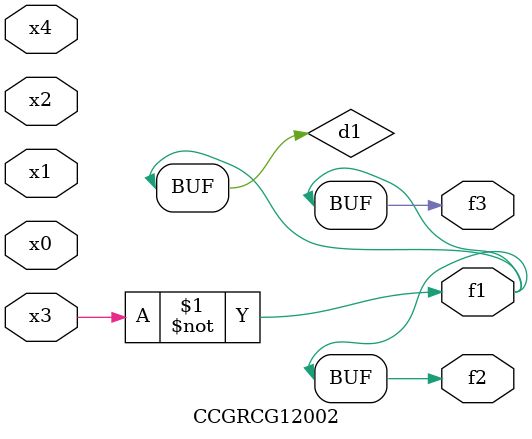
<source format=v>
module CCGRCG12002(
	input x0, x1, x2, x3, x4,
	output f1, f2, f3
);

	wire d1, d2;

	xnor (d1, x3);
	not (d2, x1);
	assign f1 = d1;
	assign f2 = d1;
	assign f3 = d1;
endmodule

</source>
